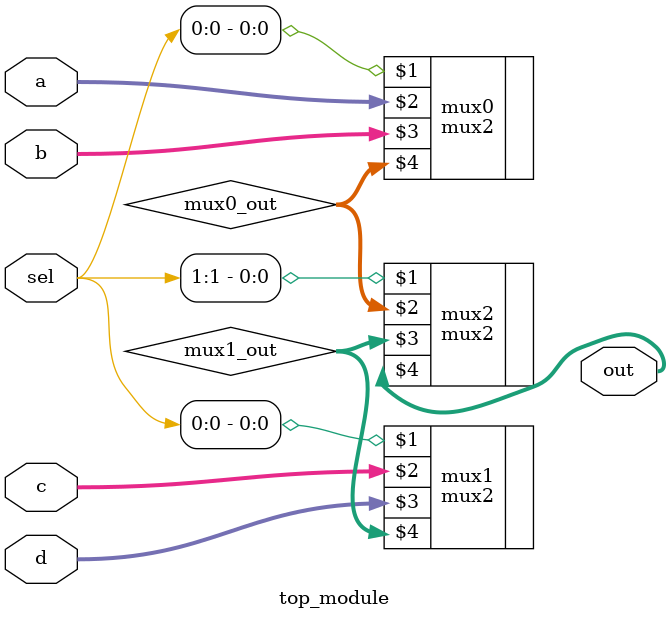
<source format=sv>
module top_module(
    input logic [1:0] sel,
    input logic [7:0] a,
    input logic [7:0] b,
    input logic [7:0] c,
    input logic [7:0] d,
    output logic [7:0] out
);

    logic [7:0] mux0_out, mux1_out;
    mux2 mux0( sel[0], a, b, mux0_out );
    mux2 mux1( sel[0], c, d, mux1_out );
    mux2 mux2( sel[1], mux0_out, mux1_out, out );

endmodule
</source>
